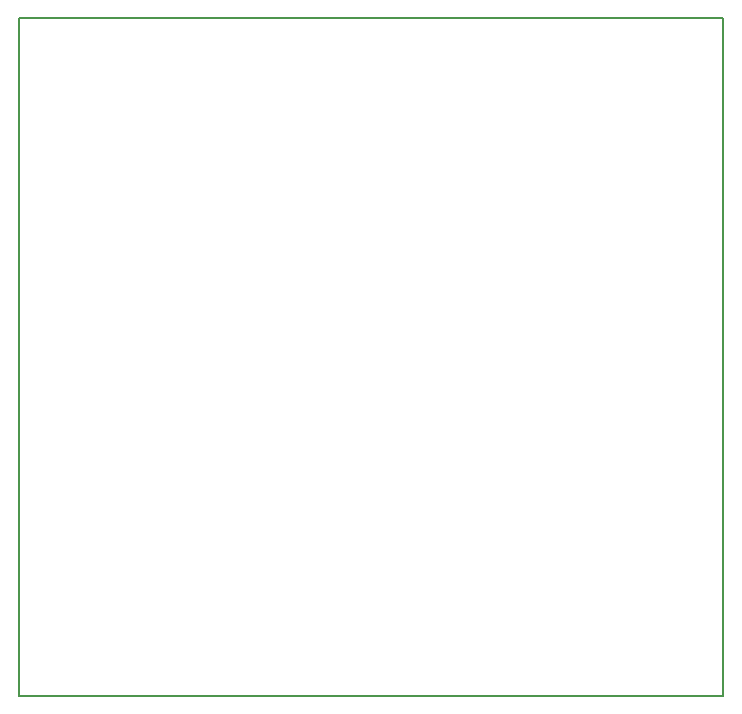
<source format=gbr>
G04 PROTEUS GERBER X2 FILE*
%TF.GenerationSoftware,Labcenter,Proteus,8.5-SP0-Build22067*%
%TF.CreationDate,2018-02-20T23:22:57+00:00*%
%TF.FileFunction,NonPlated,1,16,NPTH*%
%TF.FilePolarity,Positive*%
%TF.Part,Single*%
%FSLAX45Y45*%
%MOMM*%
G01*
%TA.AperFunction,Profile*%
%ADD15C,0.203200*%
D15*
X-1968500Y+2547620D02*
X+3992260Y+2547620D01*
X+3992260Y+8282940D01*
X-1968500Y+8282940D01*
X-1968500Y+2547620D01*
M02*

</source>
